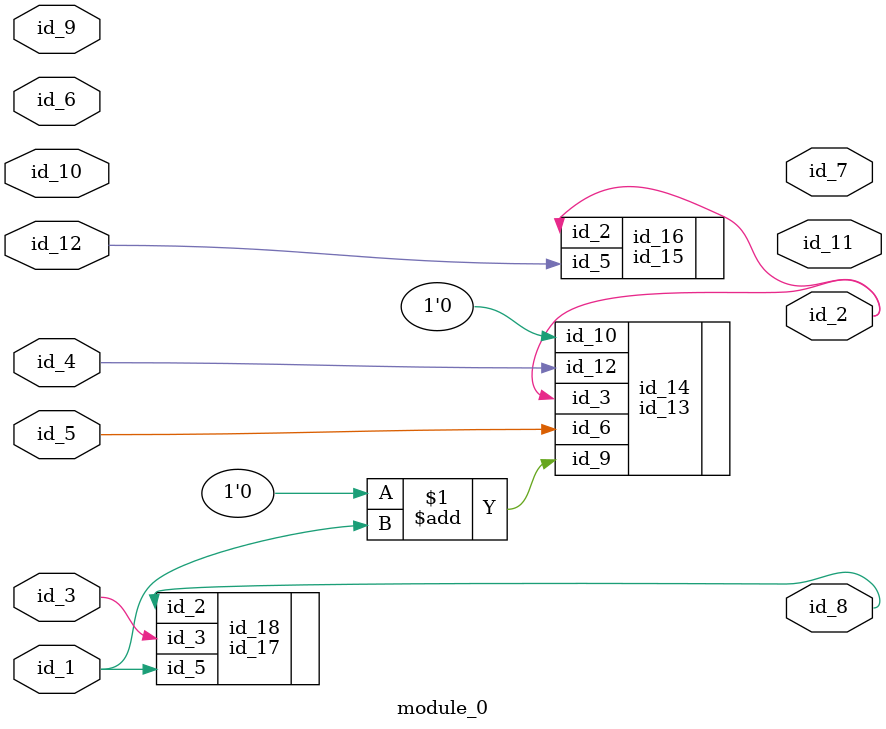
<source format=v>
module module_0 (
    id_1,
    id_2,
    id_3,
    id_4,
    id_5,
    id_6,
    id_7,
    id_8,
    id_9,
    id_10,
    id_11,
    id_12
);
  input id_12;
  output id_11;
  input id_10;
  input id_9;
  output id_8;
  output id_7;
  input id_6;
  input id_5;
  input id_4;
  input id_3;
  output id_2;
  input id_1;
  id_13 id_14 (
      .id_9 (1'h0 + id_1),
      .id_12(id_4),
      .id_3 (1),
      .id_3 (id_2),
      .id_6 (id_5),
      .id_10(1'b0)
  );
  id_15 id_16 (
      .id_5(id_12),
      .id_2(id_2)
  );
  id_17 id_18 (
      .id_2(id_8),
      .id_5(id_1),
      .id_3(id_3)
  );
endmodule

</source>
